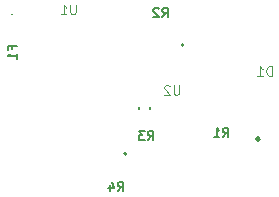
<source format=gbr>
%TF.GenerationSoftware,KiCad,Pcbnew,8.0.7*%
%TF.CreationDate,2025-03-16T23:49:03-07:00*%
%TF.ProjectId,RelaySwitchCompact,52656c61-7953-4776-9974-6368436f6d70,rev?*%
%TF.SameCoordinates,Original*%
%TF.FileFunction,Legend,Bot*%
%TF.FilePolarity,Positive*%
%FSLAX46Y46*%
G04 Gerber Fmt 4.6, Leading zero omitted, Abs format (unit mm)*
G04 Created by KiCad (PCBNEW 8.0.7) date 2025-03-16 23:49:03*
%MOMM*%
%LPD*%
G01*
G04 APERTURE LIST*
%ADD10C,0.150000*%
%ADD11C,0.100000*%
%ADD12C,0.200000*%
%ADD13C,0.250000*%
%ADD14C,0.127000*%
G04 APERTURE END LIST*
D10*
X155506166Y-99306240D02*
X155506166Y-99039574D01*
X155925214Y-99039574D02*
X155125214Y-99039574D01*
X155125214Y-99039574D02*
X155125214Y-99420526D01*
X155925214Y-100144335D02*
X155925214Y-99687192D01*
X155925214Y-99915764D02*
X155125214Y-99915764D01*
X155125214Y-99915764D02*
X155239499Y-99839573D01*
X155239499Y-99839573D02*
X155315690Y-99763383D01*
X155315690Y-99763383D02*
X155353785Y-99687192D01*
D11*
X169647023Y-102364895D02*
X169647023Y-103012514D01*
X169647023Y-103012514D02*
X169608928Y-103088704D01*
X169608928Y-103088704D02*
X169570833Y-103126800D01*
X169570833Y-103126800D02*
X169494642Y-103164895D01*
X169494642Y-103164895D02*
X169342261Y-103164895D01*
X169342261Y-103164895D02*
X169266071Y-103126800D01*
X169266071Y-103126800D02*
X169227976Y-103088704D01*
X169227976Y-103088704D02*
X169189880Y-103012514D01*
X169189880Y-103012514D02*
X169189880Y-102364895D01*
X168847024Y-102441085D02*
X168808928Y-102402990D01*
X168808928Y-102402990D02*
X168732738Y-102364895D01*
X168732738Y-102364895D02*
X168542262Y-102364895D01*
X168542262Y-102364895D02*
X168466071Y-102402990D01*
X168466071Y-102402990D02*
X168427976Y-102441085D01*
X168427976Y-102441085D02*
X168389881Y-102517276D01*
X168389881Y-102517276D02*
X168389881Y-102593466D01*
X168389881Y-102593466D02*
X168427976Y-102707752D01*
X168427976Y-102707752D02*
X168885119Y-103164895D01*
X168885119Y-103164895D02*
X168389881Y-103164895D01*
X177490475Y-101564895D02*
X177490475Y-100764895D01*
X177490475Y-100764895D02*
X177299999Y-100764895D01*
X177299999Y-100764895D02*
X177185713Y-100802990D01*
X177185713Y-100802990D02*
X177109523Y-100879180D01*
X177109523Y-100879180D02*
X177071428Y-100955371D01*
X177071428Y-100955371D02*
X177033332Y-101107752D01*
X177033332Y-101107752D02*
X177033332Y-101222038D01*
X177033332Y-101222038D02*
X177071428Y-101374419D01*
X177071428Y-101374419D02*
X177109523Y-101450609D01*
X177109523Y-101450609D02*
X177185713Y-101526800D01*
X177185713Y-101526800D02*
X177299999Y-101564895D01*
X177299999Y-101564895D02*
X177490475Y-101564895D01*
X176271428Y-101564895D02*
X176728571Y-101564895D01*
X176499999Y-101564895D02*
X176499999Y-100764895D01*
X176499999Y-100764895D02*
X176576190Y-100879180D01*
X176576190Y-100879180D02*
X176652380Y-100955371D01*
X176652380Y-100955371D02*
X176728571Y-100993466D01*
D10*
X164471332Y-111360295D02*
X164737999Y-110979342D01*
X164928475Y-111360295D02*
X164928475Y-110560295D01*
X164928475Y-110560295D02*
X164623713Y-110560295D01*
X164623713Y-110560295D02*
X164547523Y-110598390D01*
X164547523Y-110598390D02*
X164509428Y-110636485D01*
X164509428Y-110636485D02*
X164471332Y-110712676D01*
X164471332Y-110712676D02*
X164471332Y-110826961D01*
X164471332Y-110826961D02*
X164509428Y-110903152D01*
X164509428Y-110903152D02*
X164547523Y-110941247D01*
X164547523Y-110941247D02*
X164623713Y-110979342D01*
X164623713Y-110979342D02*
X164928475Y-110979342D01*
X163785618Y-110826961D02*
X163785618Y-111360295D01*
X163976094Y-110522200D02*
X164166571Y-111093628D01*
X164166571Y-111093628D02*
X163671332Y-111093628D01*
X173361332Y-106788295D02*
X173627999Y-106407342D01*
X173818475Y-106788295D02*
X173818475Y-105988295D01*
X173818475Y-105988295D02*
X173513713Y-105988295D01*
X173513713Y-105988295D02*
X173437523Y-106026390D01*
X173437523Y-106026390D02*
X173399428Y-106064485D01*
X173399428Y-106064485D02*
X173361332Y-106140676D01*
X173361332Y-106140676D02*
X173361332Y-106254961D01*
X173361332Y-106254961D02*
X173399428Y-106331152D01*
X173399428Y-106331152D02*
X173437523Y-106369247D01*
X173437523Y-106369247D02*
X173513713Y-106407342D01*
X173513713Y-106407342D02*
X173818475Y-106407342D01*
X172599428Y-106788295D02*
X173056571Y-106788295D01*
X172827999Y-106788295D02*
X172827999Y-105988295D01*
X172827999Y-105988295D02*
X172904190Y-106102580D01*
X172904190Y-106102580D02*
X172980380Y-106178771D01*
X172980380Y-106178771D02*
X173056571Y-106216866D01*
X168233332Y-96628295D02*
X168499999Y-96247342D01*
X168690475Y-96628295D02*
X168690475Y-95828295D01*
X168690475Y-95828295D02*
X168385713Y-95828295D01*
X168385713Y-95828295D02*
X168309523Y-95866390D01*
X168309523Y-95866390D02*
X168271428Y-95904485D01*
X168271428Y-95904485D02*
X168233332Y-95980676D01*
X168233332Y-95980676D02*
X168233332Y-96094961D01*
X168233332Y-96094961D02*
X168271428Y-96171152D01*
X168271428Y-96171152D02*
X168309523Y-96209247D01*
X168309523Y-96209247D02*
X168385713Y-96247342D01*
X168385713Y-96247342D02*
X168690475Y-96247342D01*
X167928571Y-95904485D02*
X167890475Y-95866390D01*
X167890475Y-95866390D02*
X167814285Y-95828295D01*
X167814285Y-95828295D02*
X167623809Y-95828295D01*
X167623809Y-95828295D02*
X167547618Y-95866390D01*
X167547618Y-95866390D02*
X167509523Y-95904485D01*
X167509523Y-95904485D02*
X167471428Y-95980676D01*
X167471428Y-95980676D02*
X167471428Y-96056866D01*
X167471428Y-96056866D02*
X167509523Y-96171152D01*
X167509523Y-96171152D02*
X167966666Y-96628295D01*
X167966666Y-96628295D02*
X167471428Y-96628295D01*
X167011332Y-107042295D02*
X167277999Y-106661342D01*
X167468475Y-107042295D02*
X167468475Y-106242295D01*
X167468475Y-106242295D02*
X167163713Y-106242295D01*
X167163713Y-106242295D02*
X167087523Y-106280390D01*
X167087523Y-106280390D02*
X167049428Y-106318485D01*
X167049428Y-106318485D02*
X167011332Y-106394676D01*
X167011332Y-106394676D02*
X167011332Y-106508961D01*
X167011332Y-106508961D02*
X167049428Y-106585152D01*
X167049428Y-106585152D02*
X167087523Y-106623247D01*
X167087523Y-106623247D02*
X167163713Y-106661342D01*
X167163713Y-106661342D02*
X167468475Y-106661342D01*
X166744666Y-106242295D02*
X166249428Y-106242295D01*
X166249428Y-106242295D02*
X166516094Y-106547057D01*
X166516094Y-106547057D02*
X166401809Y-106547057D01*
X166401809Y-106547057D02*
X166325618Y-106585152D01*
X166325618Y-106585152D02*
X166287523Y-106623247D01*
X166287523Y-106623247D02*
X166249428Y-106699438D01*
X166249428Y-106699438D02*
X166249428Y-106889914D01*
X166249428Y-106889914D02*
X166287523Y-106966104D01*
X166287523Y-106966104D02*
X166325618Y-107004200D01*
X166325618Y-107004200D02*
X166401809Y-107042295D01*
X166401809Y-107042295D02*
X166630380Y-107042295D01*
X166630380Y-107042295D02*
X166706571Y-107004200D01*
X166706571Y-107004200D02*
X166744666Y-106966104D01*
D11*
X160909523Y-95564895D02*
X160909523Y-96212514D01*
X160909523Y-96212514D02*
X160871428Y-96288704D01*
X160871428Y-96288704D02*
X160833333Y-96326800D01*
X160833333Y-96326800D02*
X160757142Y-96364895D01*
X160757142Y-96364895D02*
X160604761Y-96364895D01*
X160604761Y-96364895D02*
X160528571Y-96326800D01*
X160528571Y-96326800D02*
X160490476Y-96288704D01*
X160490476Y-96288704D02*
X160452380Y-96212514D01*
X160452380Y-96212514D02*
X160452380Y-95564895D01*
X159652381Y-96364895D02*
X160109524Y-96364895D01*
X159880952Y-96364895D02*
X159880952Y-95564895D01*
X159880952Y-95564895D02*
X159957143Y-95679180D01*
X159957143Y-95679180D02*
X160033333Y-95755371D01*
X160033333Y-95755371D02*
X160109524Y-95793466D01*
%TO.C,F1*%
X155566558Y-96395546D02*
G75*
G02*
X155466558Y-96395546I-50000J0D01*
G01*
X155466558Y-96395546D02*
G75*
G02*
X155566558Y-96395546I50000J0D01*
G01*
D12*
%TO.C,U2*%
X170032000Y-98949000D02*
G75*
G02*
X169832000Y-98949000I-100000J0D01*
G01*
X169832000Y-98949000D02*
G75*
G02*
X170032000Y-98949000I100000J0D01*
G01*
D13*
%TO.C,D1*%
X176443000Y-106929000D02*
G75*
G02*
X176189000Y-106929000I-127000J0D01*
G01*
X176189000Y-106929000D02*
G75*
G02*
X176443000Y-106929000I127000J0D01*
G01*
D14*
%TO.C,R3*%
X166250000Y-104190000D02*
X166250000Y-104410000D01*
X167150000Y-104190000D02*
X167150000Y-104410000D01*
D12*
%TO.C,U1*%
X165200000Y-108169000D02*
G75*
G02*
X165000000Y-108169000I-100000J0D01*
G01*
X165000000Y-108169000D02*
G75*
G02*
X165200000Y-108169000I100000J0D01*
G01*
%TD*%
M02*

</source>
